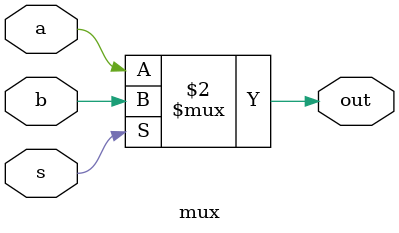
<source format=sv>
module mux(a,b,s,out);
input a,b,s;
output reg out;
always@(*)
begin
out=s?b:a;
end
endmodule

</source>
